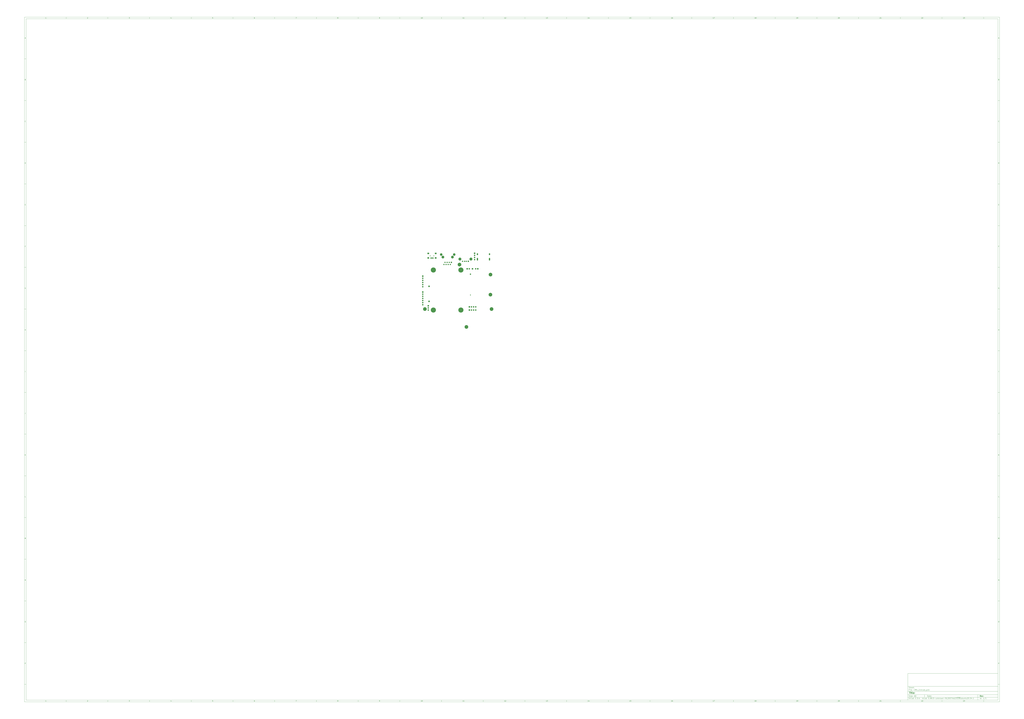
<source format=gbr>
%TF.GenerationSoftware,KiCad,Pcbnew,5.99.0-unknown-912657dd23~106~ubuntu20.04.1*%
%TF.CreationDate,2020-12-28T23:02:29+03:00*%
%TF.ProjectId,CM4_2,434d345f-322e-46b6-9963-61645f706362,rev?*%
%TF.SameCoordinates,PX1ce88340PY15c17540*%
%TF.FileFunction,Soldermask,Bot*%
%TF.FilePolarity,Negative*%
%FSLAX46Y46*%
G04 Gerber Fmt 4.6, Leading zero omitted, Abs format (unit mm)*
G04 Created by KiCad (PCBNEW 5.99.0-unknown-912657dd23~106~ubuntu20.04.1) date 2020-12-28 23:02:29*
%MOMM*%
%LPD*%
G01*
G04 APERTURE LIST*
%ADD10C,0.100000*%
%ADD11C,0.150000*%
%ADD12C,0.300000*%
%ADD13C,0.400000*%
%ADD14C,4.400000*%
%ADD15R,1.700000X1.700000*%
%ADD16O,1.700000X1.700000*%
%ADD17C,1.600000*%
%ADD18C,1.100000*%
%ADD19R,1.524000X1.524000*%
%ADD20C,1.524000*%
%ADD21C,3.500000*%
%ADD22C,6.100000*%
%ADD23O,1.500000X3.300000*%
%ADD24O,1.500000X2.300000*%
%ADD25C,3.250000*%
%ADD26R,1.500000X1.500000*%
%ADD27C,1.500000*%
%ADD28C,3.000000*%
%ADD29C,1.000000*%
%ADD30R,0.500000X2.000000*%
%ADD31R,2.000000X1.700000*%
G04 APERTURE END LIST*
D10*
D11*
X583999400Y-431994000D02*
X583999400Y-463994000D01*
X691999400Y-463994000D01*
X691999400Y-431994000D01*
X583999400Y-431994000D01*
D10*
D11*
X-475000000Y355000000D02*
X-475000000Y-465994000D01*
X693999400Y-465994000D01*
X693999400Y355000000D01*
X-475000000Y355000000D01*
D10*
D11*
X-473000000Y353000000D02*
X-473000000Y-463994000D01*
X691999400Y-463994000D01*
X691999400Y353000000D01*
X-473000000Y353000000D01*
D10*
D11*
X-425000000Y353000000D02*
X-425000000Y355000000D01*
D10*
D11*
X-375000000Y353000000D02*
X-375000000Y355000000D01*
D10*
D11*
X-325000000Y353000000D02*
X-325000000Y355000000D01*
D10*
D11*
X-275000000Y353000000D02*
X-275000000Y355000000D01*
D10*
D11*
X-225000000Y353000000D02*
X-225000000Y355000000D01*
D10*
D11*
X-175000000Y353000000D02*
X-175000000Y355000000D01*
D10*
D11*
X-125000000Y353000000D02*
X-125000000Y355000000D01*
D10*
D11*
X-75000000Y353000000D02*
X-75000000Y355000000D01*
D10*
D11*
X-25000000Y353000000D02*
X-25000000Y355000000D01*
D10*
D11*
X25000000Y353000000D02*
X25000000Y355000000D01*
D10*
D11*
X75000000Y353000000D02*
X75000000Y355000000D01*
D10*
D11*
X125000000Y353000000D02*
X125000000Y355000000D01*
D10*
D11*
X175000000Y353000000D02*
X175000000Y355000000D01*
D10*
D11*
X225000000Y353000000D02*
X225000000Y355000000D01*
D10*
D11*
X275000000Y353000000D02*
X275000000Y355000000D01*
D10*
D11*
X325000000Y353000000D02*
X325000000Y355000000D01*
D10*
D11*
X375000000Y353000000D02*
X375000000Y355000000D01*
D10*
D11*
X425000000Y353000000D02*
X425000000Y355000000D01*
D10*
D11*
X475000000Y353000000D02*
X475000000Y355000000D01*
D10*
D11*
X525000000Y353000000D02*
X525000000Y355000000D01*
D10*
D11*
X575000000Y353000000D02*
X575000000Y355000000D01*
D10*
D11*
X625000000Y353000000D02*
X625000000Y355000000D01*
D10*
D11*
X675000000Y353000000D02*
X675000000Y355000000D01*
D10*
D11*
X-448934524Y353411905D02*
X-449677381Y353411905D01*
X-449305953Y353411905D02*
X-449305953Y354711905D01*
X-449429762Y354526191D01*
X-449553572Y354402381D01*
X-449677381Y354340477D01*
D10*
D11*
X-399677381Y354588096D02*
X-399615477Y354650000D01*
X-399491667Y354711905D01*
X-399182143Y354711905D01*
X-399058334Y354650000D01*
X-398996429Y354588096D01*
X-398934524Y354464286D01*
X-398934524Y354340477D01*
X-398996429Y354154762D01*
X-399739286Y353411905D01*
X-398934524Y353411905D01*
D10*
D11*
X-349739286Y354711905D02*
X-348934524Y354711905D01*
X-349367858Y354216667D01*
X-349182143Y354216667D01*
X-349058334Y354154762D01*
X-348996429Y354092858D01*
X-348934524Y353969048D01*
X-348934524Y353659524D01*
X-348996429Y353535715D01*
X-349058334Y353473810D01*
X-349182143Y353411905D01*
X-349553572Y353411905D01*
X-349677381Y353473810D01*
X-349739286Y353535715D01*
D10*
D11*
X-299058334Y354278572D02*
X-299058334Y353411905D01*
X-299367858Y354773810D02*
X-299677381Y353845239D01*
X-298872620Y353845239D01*
D10*
D11*
X-248996429Y354711905D02*
X-249615477Y354711905D01*
X-249677381Y354092858D01*
X-249615477Y354154762D01*
X-249491667Y354216667D01*
X-249182143Y354216667D01*
X-249058334Y354154762D01*
X-248996429Y354092858D01*
X-248934524Y353969048D01*
X-248934524Y353659524D01*
X-248996429Y353535715D01*
X-249058334Y353473810D01*
X-249182143Y353411905D01*
X-249491667Y353411905D01*
X-249615477Y353473810D01*
X-249677381Y353535715D01*
D10*
D11*
X-199058334Y354711905D02*
X-199305953Y354711905D01*
X-199429762Y354650000D01*
X-199491667Y354588096D01*
X-199615477Y354402381D01*
X-199677381Y354154762D01*
X-199677381Y353659524D01*
X-199615477Y353535715D01*
X-199553572Y353473810D01*
X-199429762Y353411905D01*
X-199182143Y353411905D01*
X-199058334Y353473810D01*
X-198996429Y353535715D01*
X-198934524Y353659524D01*
X-198934524Y353969048D01*
X-198996429Y354092858D01*
X-199058334Y354154762D01*
X-199182143Y354216667D01*
X-199429762Y354216667D01*
X-199553572Y354154762D01*
X-199615477Y354092858D01*
X-199677381Y353969048D01*
D10*
D11*
X-149739286Y354711905D02*
X-148872620Y354711905D01*
X-149429762Y353411905D01*
D10*
D11*
X-99429762Y354154762D02*
X-99553572Y354216667D01*
X-99615477Y354278572D01*
X-99677381Y354402381D01*
X-99677381Y354464286D01*
X-99615477Y354588096D01*
X-99553572Y354650000D01*
X-99429762Y354711905D01*
X-99182143Y354711905D01*
X-99058334Y354650000D01*
X-98996429Y354588096D01*
X-98934524Y354464286D01*
X-98934524Y354402381D01*
X-98996429Y354278572D01*
X-99058334Y354216667D01*
X-99182143Y354154762D01*
X-99429762Y354154762D01*
X-99553572Y354092858D01*
X-99615477Y354030953D01*
X-99677381Y353907143D01*
X-99677381Y353659524D01*
X-99615477Y353535715D01*
X-99553572Y353473810D01*
X-99429762Y353411905D01*
X-99182143Y353411905D01*
X-99058334Y353473810D01*
X-98996429Y353535715D01*
X-98934524Y353659524D01*
X-98934524Y353907143D01*
X-98996429Y354030953D01*
X-99058334Y354092858D01*
X-99182143Y354154762D01*
D10*
D11*
X-49553572Y353411905D02*
X-49305953Y353411905D01*
X-49182143Y353473810D01*
X-49120239Y353535715D01*
X-48996429Y353721429D01*
X-48934524Y353969048D01*
X-48934524Y354464286D01*
X-48996429Y354588096D01*
X-49058334Y354650000D01*
X-49182143Y354711905D01*
X-49429762Y354711905D01*
X-49553572Y354650000D01*
X-49615477Y354588096D01*
X-49677381Y354464286D01*
X-49677381Y354154762D01*
X-49615477Y354030953D01*
X-49553572Y353969048D01*
X-49429762Y353907143D01*
X-49182143Y353907143D01*
X-49058334Y353969048D01*
X-48996429Y354030953D01*
X-48934524Y354154762D01*
D10*
D11*
X1065476Y353411905D02*
X322619Y353411905D01*
X694047Y353411905D02*
X694047Y354711905D01*
X570238Y354526191D01*
X446428Y354402381D01*
X322619Y354340477D01*
X1870238Y354711905D02*
X1994047Y354711905D01*
X2117857Y354650000D01*
X2179761Y354588096D01*
X2241666Y354464286D01*
X2303571Y354216667D01*
X2303571Y353907143D01*
X2241666Y353659524D01*
X2179761Y353535715D01*
X2117857Y353473810D01*
X1994047Y353411905D01*
X1870238Y353411905D01*
X1746428Y353473810D01*
X1684523Y353535715D01*
X1622619Y353659524D01*
X1560714Y353907143D01*
X1560714Y354216667D01*
X1622619Y354464286D01*
X1684523Y354588096D01*
X1746428Y354650000D01*
X1870238Y354711905D01*
D10*
D11*
X51065476Y353411905D02*
X50322619Y353411905D01*
X50694047Y353411905D02*
X50694047Y354711905D01*
X50570238Y354526191D01*
X50446428Y354402381D01*
X50322619Y354340477D01*
X52303571Y353411905D02*
X51560714Y353411905D01*
X51932142Y353411905D02*
X51932142Y354711905D01*
X51808333Y354526191D01*
X51684523Y354402381D01*
X51560714Y354340477D01*
D10*
D11*
X101065476Y353411905D02*
X100322619Y353411905D01*
X100694047Y353411905D02*
X100694047Y354711905D01*
X100570238Y354526191D01*
X100446428Y354402381D01*
X100322619Y354340477D01*
X101560714Y354588096D02*
X101622619Y354650000D01*
X101746428Y354711905D01*
X102055952Y354711905D01*
X102179761Y354650000D01*
X102241666Y354588096D01*
X102303571Y354464286D01*
X102303571Y354340477D01*
X102241666Y354154762D01*
X101498809Y353411905D01*
X102303571Y353411905D01*
D10*
D11*
X151065476Y353411905D02*
X150322619Y353411905D01*
X150694047Y353411905D02*
X150694047Y354711905D01*
X150570238Y354526191D01*
X150446428Y354402381D01*
X150322619Y354340477D01*
X151498809Y354711905D02*
X152303571Y354711905D01*
X151870238Y354216667D01*
X152055952Y354216667D01*
X152179761Y354154762D01*
X152241666Y354092858D01*
X152303571Y353969048D01*
X152303571Y353659524D01*
X152241666Y353535715D01*
X152179761Y353473810D01*
X152055952Y353411905D01*
X151684523Y353411905D01*
X151560714Y353473810D01*
X151498809Y353535715D01*
D10*
D11*
X201065476Y353411905D02*
X200322619Y353411905D01*
X200694047Y353411905D02*
X200694047Y354711905D01*
X200570238Y354526191D01*
X200446428Y354402381D01*
X200322619Y354340477D01*
X202179761Y354278572D02*
X202179761Y353411905D01*
X201870238Y354773810D02*
X201560714Y353845239D01*
X202365476Y353845239D01*
D10*
D11*
X251065476Y353411905D02*
X250322619Y353411905D01*
X250694047Y353411905D02*
X250694047Y354711905D01*
X250570238Y354526191D01*
X250446428Y354402381D01*
X250322619Y354340477D01*
X252241666Y354711905D02*
X251622619Y354711905D01*
X251560714Y354092858D01*
X251622619Y354154762D01*
X251746428Y354216667D01*
X252055952Y354216667D01*
X252179761Y354154762D01*
X252241666Y354092858D01*
X252303571Y353969048D01*
X252303571Y353659524D01*
X252241666Y353535715D01*
X252179761Y353473810D01*
X252055952Y353411905D01*
X251746428Y353411905D01*
X251622619Y353473810D01*
X251560714Y353535715D01*
D10*
D11*
X301065476Y353411905D02*
X300322619Y353411905D01*
X300694047Y353411905D02*
X300694047Y354711905D01*
X300570238Y354526191D01*
X300446428Y354402381D01*
X300322619Y354340477D01*
X302179761Y354711905D02*
X301932142Y354711905D01*
X301808333Y354650000D01*
X301746428Y354588096D01*
X301622619Y354402381D01*
X301560714Y354154762D01*
X301560714Y353659524D01*
X301622619Y353535715D01*
X301684523Y353473810D01*
X301808333Y353411905D01*
X302055952Y353411905D01*
X302179761Y353473810D01*
X302241666Y353535715D01*
X302303571Y353659524D01*
X302303571Y353969048D01*
X302241666Y354092858D01*
X302179761Y354154762D01*
X302055952Y354216667D01*
X301808333Y354216667D01*
X301684523Y354154762D01*
X301622619Y354092858D01*
X301560714Y353969048D01*
D10*
D11*
X351065476Y353411905D02*
X350322619Y353411905D01*
X350694047Y353411905D02*
X350694047Y354711905D01*
X350570238Y354526191D01*
X350446428Y354402381D01*
X350322619Y354340477D01*
X351498809Y354711905D02*
X352365476Y354711905D01*
X351808333Y353411905D01*
D10*
D11*
X401065476Y353411905D02*
X400322619Y353411905D01*
X400694047Y353411905D02*
X400694047Y354711905D01*
X400570238Y354526191D01*
X400446428Y354402381D01*
X400322619Y354340477D01*
X401808333Y354154762D02*
X401684523Y354216667D01*
X401622619Y354278572D01*
X401560714Y354402381D01*
X401560714Y354464286D01*
X401622619Y354588096D01*
X401684523Y354650000D01*
X401808333Y354711905D01*
X402055952Y354711905D01*
X402179761Y354650000D01*
X402241666Y354588096D01*
X402303571Y354464286D01*
X402303571Y354402381D01*
X402241666Y354278572D01*
X402179761Y354216667D01*
X402055952Y354154762D01*
X401808333Y354154762D01*
X401684523Y354092858D01*
X401622619Y354030953D01*
X401560714Y353907143D01*
X401560714Y353659524D01*
X401622619Y353535715D01*
X401684523Y353473810D01*
X401808333Y353411905D01*
X402055952Y353411905D01*
X402179761Y353473810D01*
X402241666Y353535715D01*
X402303571Y353659524D01*
X402303571Y353907143D01*
X402241666Y354030953D01*
X402179761Y354092858D01*
X402055952Y354154762D01*
D10*
D11*
X451065476Y353411905D02*
X450322619Y353411905D01*
X450694047Y353411905D02*
X450694047Y354711905D01*
X450570238Y354526191D01*
X450446428Y354402381D01*
X450322619Y354340477D01*
X451684523Y353411905D02*
X451932142Y353411905D01*
X452055952Y353473810D01*
X452117857Y353535715D01*
X452241666Y353721429D01*
X452303571Y353969048D01*
X452303571Y354464286D01*
X452241666Y354588096D01*
X452179761Y354650000D01*
X452055952Y354711905D01*
X451808333Y354711905D01*
X451684523Y354650000D01*
X451622619Y354588096D01*
X451560714Y354464286D01*
X451560714Y354154762D01*
X451622619Y354030953D01*
X451684523Y353969048D01*
X451808333Y353907143D01*
X452055952Y353907143D01*
X452179761Y353969048D01*
X452241666Y354030953D01*
X452303571Y354154762D01*
D10*
D11*
X500322619Y354588096D02*
X500384523Y354650000D01*
X500508333Y354711905D01*
X500817857Y354711905D01*
X500941666Y354650000D01*
X501003571Y354588096D01*
X501065476Y354464286D01*
X501065476Y354340477D01*
X501003571Y354154762D01*
X500260714Y353411905D01*
X501065476Y353411905D01*
X501870238Y354711905D02*
X501994047Y354711905D01*
X502117857Y354650000D01*
X502179761Y354588096D01*
X502241666Y354464286D01*
X502303571Y354216667D01*
X502303571Y353907143D01*
X502241666Y353659524D01*
X502179761Y353535715D01*
X502117857Y353473810D01*
X501994047Y353411905D01*
X501870238Y353411905D01*
X501746428Y353473810D01*
X501684523Y353535715D01*
X501622619Y353659524D01*
X501560714Y353907143D01*
X501560714Y354216667D01*
X501622619Y354464286D01*
X501684523Y354588096D01*
X501746428Y354650000D01*
X501870238Y354711905D01*
D10*
D11*
X550322619Y354588096D02*
X550384523Y354650000D01*
X550508333Y354711905D01*
X550817857Y354711905D01*
X550941666Y354650000D01*
X551003571Y354588096D01*
X551065476Y354464286D01*
X551065476Y354340477D01*
X551003571Y354154762D01*
X550260714Y353411905D01*
X551065476Y353411905D01*
X552303571Y353411905D02*
X551560714Y353411905D01*
X551932142Y353411905D02*
X551932142Y354711905D01*
X551808333Y354526191D01*
X551684523Y354402381D01*
X551560714Y354340477D01*
D10*
D11*
X600322619Y354588096D02*
X600384523Y354650000D01*
X600508333Y354711905D01*
X600817857Y354711905D01*
X600941666Y354650000D01*
X601003571Y354588096D01*
X601065476Y354464286D01*
X601065476Y354340477D01*
X601003571Y354154762D01*
X600260714Y353411905D01*
X601065476Y353411905D01*
X601560714Y354588096D02*
X601622619Y354650000D01*
X601746428Y354711905D01*
X602055952Y354711905D01*
X602179761Y354650000D01*
X602241666Y354588096D01*
X602303571Y354464286D01*
X602303571Y354340477D01*
X602241666Y354154762D01*
X601498809Y353411905D01*
X602303571Y353411905D01*
D10*
D11*
X650322619Y354588096D02*
X650384523Y354650000D01*
X650508333Y354711905D01*
X650817857Y354711905D01*
X650941666Y354650000D01*
X651003571Y354588096D01*
X651065476Y354464286D01*
X651065476Y354340477D01*
X651003571Y354154762D01*
X650260714Y353411905D01*
X651065476Y353411905D01*
X651498809Y354711905D02*
X652303571Y354711905D01*
X651870238Y354216667D01*
X652055952Y354216667D01*
X652179761Y354154762D01*
X652241666Y354092858D01*
X652303571Y353969048D01*
X652303571Y353659524D01*
X652241666Y353535715D01*
X652179761Y353473810D01*
X652055952Y353411905D01*
X651684523Y353411905D01*
X651560714Y353473810D01*
X651498809Y353535715D01*
D10*
D11*
X-425000000Y-463994000D02*
X-425000000Y-465994000D01*
D10*
D11*
X-375000000Y-463994000D02*
X-375000000Y-465994000D01*
D10*
D11*
X-325000000Y-463994000D02*
X-325000000Y-465994000D01*
D10*
D11*
X-275000000Y-463994000D02*
X-275000000Y-465994000D01*
D10*
D11*
X-225000000Y-463994000D02*
X-225000000Y-465994000D01*
D10*
D11*
X-175000000Y-463994000D02*
X-175000000Y-465994000D01*
D10*
D11*
X-125000000Y-463994000D02*
X-125000000Y-465994000D01*
D10*
D11*
X-75000000Y-463994000D02*
X-75000000Y-465994000D01*
D10*
D11*
X-25000000Y-463994000D02*
X-25000000Y-465994000D01*
D10*
D11*
X25000000Y-463994000D02*
X25000000Y-465994000D01*
D10*
D11*
X75000000Y-463994000D02*
X75000000Y-465994000D01*
D10*
D11*
X125000000Y-463994000D02*
X125000000Y-465994000D01*
D10*
D11*
X175000000Y-463994000D02*
X175000000Y-465994000D01*
D10*
D11*
X225000000Y-463994000D02*
X225000000Y-465994000D01*
D10*
D11*
X275000000Y-463994000D02*
X275000000Y-465994000D01*
D10*
D11*
X325000000Y-463994000D02*
X325000000Y-465994000D01*
D10*
D11*
X375000000Y-463994000D02*
X375000000Y-465994000D01*
D10*
D11*
X425000000Y-463994000D02*
X425000000Y-465994000D01*
D10*
D11*
X475000000Y-463994000D02*
X475000000Y-465994000D01*
D10*
D11*
X525000000Y-463994000D02*
X525000000Y-465994000D01*
D10*
D11*
X575000000Y-463994000D02*
X575000000Y-465994000D01*
D10*
D11*
X625000000Y-463994000D02*
X625000000Y-465994000D01*
D10*
D11*
X675000000Y-463994000D02*
X675000000Y-465994000D01*
D10*
D11*
X-448934524Y-465582095D02*
X-449677381Y-465582095D01*
X-449305953Y-465582095D02*
X-449305953Y-464282095D01*
X-449429762Y-464467809D01*
X-449553572Y-464591619D01*
X-449677381Y-464653523D01*
D10*
D11*
X-399677381Y-464405904D02*
X-399615477Y-464344000D01*
X-399491667Y-464282095D01*
X-399182143Y-464282095D01*
X-399058334Y-464344000D01*
X-398996429Y-464405904D01*
X-398934524Y-464529714D01*
X-398934524Y-464653523D01*
X-398996429Y-464839238D01*
X-399739286Y-465582095D01*
X-398934524Y-465582095D01*
D10*
D11*
X-349739286Y-464282095D02*
X-348934524Y-464282095D01*
X-349367858Y-464777333D01*
X-349182143Y-464777333D01*
X-349058334Y-464839238D01*
X-348996429Y-464901142D01*
X-348934524Y-465024952D01*
X-348934524Y-465334476D01*
X-348996429Y-465458285D01*
X-349058334Y-465520190D01*
X-349182143Y-465582095D01*
X-349553572Y-465582095D01*
X-349677381Y-465520190D01*
X-349739286Y-465458285D01*
D10*
D11*
X-299058334Y-464715428D02*
X-299058334Y-465582095D01*
X-299367858Y-464220190D02*
X-299677381Y-465148761D01*
X-298872620Y-465148761D01*
D10*
D11*
X-248996429Y-464282095D02*
X-249615477Y-464282095D01*
X-249677381Y-464901142D01*
X-249615477Y-464839238D01*
X-249491667Y-464777333D01*
X-249182143Y-464777333D01*
X-249058334Y-464839238D01*
X-248996429Y-464901142D01*
X-248934524Y-465024952D01*
X-248934524Y-465334476D01*
X-248996429Y-465458285D01*
X-249058334Y-465520190D01*
X-249182143Y-465582095D01*
X-249491667Y-465582095D01*
X-249615477Y-465520190D01*
X-249677381Y-465458285D01*
D10*
D11*
X-199058334Y-464282095D02*
X-199305953Y-464282095D01*
X-199429762Y-464344000D01*
X-199491667Y-464405904D01*
X-199615477Y-464591619D01*
X-199677381Y-464839238D01*
X-199677381Y-465334476D01*
X-199615477Y-465458285D01*
X-199553572Y-465520190D01*
X-199429762Y-465582095D01*
X-199182143Y-465582095D01*
X-199058334Y-465520190D01*
X-198996429Y-465458285D01*
X-198934524Y-465334476D01*
X-198934524Y-465024952D01*
X-198996429Y-464901142D01*
X-199058334Y-464839238D01*
X-199182143Y-464777333D01*
X-199429762Y-464777333D01*
X-199553572Y-464839238D01*
X-199615477Y-464901142D01*
X-199677381Y-465024952D01*
D10*
D11*
X-149739286Y-464282095D02*
X-148872620Y-464282095D01*
X-149429762Y-465582095D01*
D10*
D11*
X-99429762Y-464839238D02*
X-99553572Y-464777333D01*
X-99615477Y-464715428D01*
X-99677381Y-464591619D01*
X-99677381Y-464529714D01*
X-99615477Y-464405904D01*
X-99553572Y-464344000D01*
X-99429762Y-464282095D01*
X-99182143Y-464282095D01*
X-99058334Y-464344000D01*
X-98996429Y-464405904D01*
X-98934524Y-464529714D01*
X-98934524Y-464591619D01*
X-98996429Y-464715428D01*
X-99058334Y-464777333D01*
X-99182143Y-464839238D01*
X-99429762Y-464839238D01*
X-99553572Y-464901142D01*
X-99615477Y-464963047D01*
X-99677381Y-465086857D01*
X-99677381Y-465334476D01*
X-99615477Y-465458285D01*
X-99553572Y-465520190D01*
X-99429762Y-465582095D01*
X-99182143Y-465582095D01*
X-99058334Y-465520190D01*
X-98996429Y-465458285D01*
X-98934524Y-465334476D01*
X-98934524Y-465086857D01*
X-98996429Y-464963047D01*
X-99058334Y-464901142D01*
X-99182143Y-464839238D01*
D10*
D11*
X-49553572Y-465582095D02*
X-49305953Y-465582095D01*
X-49182143Y-465520190D01*
X-49120239Y-465458285D01*
X-48996429Y-465272571D01*
X-48934524Y-465024952D01*
X-48934524Y-464529714D01*
X-48996429Y-464405904D01*
X-49058334Y-464344000D01*
X-49182143Y-464282095D01*
X-49429762Y-464282095D01*
X-49553572Y-464344000D01*
X-49615477Y-464405904D01*
X-49677381Y-464529714D01*
X-49677381Y-464839238D01*
X-49615477Y-464963047D01*
X-49553572Y-465024952D01*
X-49429762Y-465086857D01*
X-49182143Y-465086857D01*
X-49058334Y-465024952D01*
X-48996429Y-464963047D01*
X-48934524Y-464839238D01*
D10*
D11*
X1065476Y-465582095D02*
X322619Y-465582095D01*
X694047Y-465582095D02*
X694047Y-464282095D01*
X570238Y-464467809D01*
X446428Y-464591619D01*
X322619Y-464653523D01*
X1870238Y-464282095D02*
X1994047Y-464282095D01*
X2117857Y-464344000D01*
X2179761Y-464405904D01*
X2241666Y-464529714D01*
X2303571Y-464777333D01*
X2303571Y-465086857D01*
X2241666Y-465334476D01*
X2179761Y-465458285D01*
X2117857Y-465520190D01*
X1994047Y-465582095D01*
X1870238Y-465582095D01*
X1746428Y-465520190D01*
X1684523Y-465458285D01*
X1622619Y-465334476D01*
X1560714Y-465086857D01*
X1560714Y-464777333D01*
X1622619Y-464529714D01*
X1684523Y-464405904D01*
X1746428Y-464344000D01*
X1870238Y-464282095D01*
D10*
D11*
X51065476Y-465582095D02*
X50322619Y-465582095D01*
X50694047Y-465582095D02*
X50694047Y-464282095D01*
X50570238Y-464467809D01*
X50446428Y-464591619D01*
X50322619Y-464653523D01*
X52303571Y-465582095D02*
X51560714Y-465582095D01*
X51932142Y-465582095D02*
X51932142Y-464282095D01*
X51808333Y-464467809D01*
X51684523Y-464591619D01*
X51560714Y-464653523D01*
D10*
D11*
X101065476Y-465582095D02*
X100322619Y-465582095D01*
X100694047Y-465582095D02*
X100694047Y-464282095D01*
X100570238Y-464467809D01*
X100446428Y-464591619D01*
X100322619Y-464653523D01*
X101560714Y-464405904D02*
X101622619Y-464344000D01*
X101746428Y-464282095D01*
X102055952Y-464282095D01*
X102179761Y-464344000D01*
X102241666Y-464405904D01*
X102303571Y-464529714D01*
X102303571Y-464653523D01*
X102241666Y-464839238D01*
X101498809Y-465582095D01*
X102303571Y-465582095D01*
D10*
D11*
X151065476Y-465582095D02*
X150322619Y-465582095D01*
X150694047Y-465582095D02*
X150694047Y-464282095D01*
X150570238Y-464467809D01*
X150446428Y-464591619D01*
X150322619Y-464653523D01*
X151498809Y-464282095D02*
X152303571Y-464282095D01*
X151870238Y-464777333D01*
X152055952Y-464777333D01*
X152179761Y-464839238D01*
X152241666Y-464901142D01*
X152303571Y-465024952D01*
X152303571Y-465334476D01*
X152241666Y-465458285D01*
X152179761Y-465520190D01*
X152055952Y-465582095D01*
X151684523Y-465582095D01*
X151560714Y-465520190D01*
X151498809Y-465458285D01*
D10*
D11*
X201065476Y-465582095D02*
X200322619Y-465582095D01*
X200694047Y-465582095D02*
X200694047Y-464282095D01*
X200570238Y-464467809D01*
X200446428Y-464591619D01*
X200322619Y-464653523D01*
X202179761Y-464715428D02*
X202179761Y-465582095D01*
X201870238Y-464220190D02*
X201560714Y-465148761D01*
X202365476Y-465148761D01*
D10*
D11*
X251065476Y-465582095D02*
X250322619Y-465582095D01*
X250694047Y-465582095D02*
X250694047Y-464282095D01*
X250570238Y-464467809D01*
X250446428Y-464591619D01*
X250322619Y-464653523D01*
X252241666Y-464282095D02*
X251622619Y-464282095D01*
X251560714Y-464901142D01*
X251622619Y-464839238D01*
X251746428Y-464777333D01*
X252055952Y-464777333D01*
X252179761Y-464839238D01*
X252241666Y-464901142D01*
X252303571Y-465024952D01*
X252303571Y-465334476D01*
X252241666Y-465458285D01*
X252179761Y-465520190D01*
X252055952Y-465582095D01*
X251746428Y-465582095D01*
X251622619Y-465520190D01*
X251560714Y-465458285D01*
D10*
D11*
X301065476Y-465582095D02*
X300322619Y-465582095D01*
X300694047Y-465582095D02*
X300694047Y-464282095D01*
X300570238Y-464467809D01*
X300446428Y-464591619D01*
X300322619Y-464653523D01*
X302179761Y-464282095D02*
X301932142Y-464282095D01*
X301808333Y-464344000D01*
X301746428Y-464405904D01*
X301622619Y-464591619D01*
X301560714Y-464839238D01*
X301560714Y-465334476D01*
X301622619Y-465458285D01*
X301684523Y-465520190D01*
X301808333Y-465582095D01*
X302055952Y-465582095D01*
X302179761Y-465520190D01*
X302241666Y-465458285D01*
X302303571Y-465334476D01*
X302303571Y-465024952D01*
X302241666Y-464901142D01*
X302179761Y-464839238D01*
X302055952Y-464777333D01*
X301808333Y-464777333D01*
X301684523Y-464839238D01*
X301622619Y-464901142D01*
X301560714Y-465024952D01*
D10*
D11*
X351065476Y-465582095D02*
X350322619Y-465582095D01*
X350694047Y-465582095D02*
X350694047Y-464282095D01*
X350570238Y-464467809D01*
X350446428Y-464591619D01*
X350322619Y-464653523D01*
X351498809Y-464282095D02*
X352365476Y-464282095D01*
X351808333Y-465582095D01*
D10*
D11*
X401065476Y-465582095D02*
X400322619Y-465582095D01*
X400694047Y-465582095D02*
X400694047Y-464282095D01*
X400570238Y-464467809D01*
X400446428Y-464591619D01*
X400322619Y-464653523D01*
X401808333Y-464839238D02*
X401684523Y-464777333D01*
X401622619Y-464715428D01*
X401560714Y-464591619D01*
X401560714Y-464529714D01*
X401622619Y-464405904D01*
X401684523Y-464344000D01*
X401808333Y-464282095D01*
X402055952Y-464282095D01*
X402179761Y-464344000D01*
X402241666Y-464405904D01*
X402303571Y-464529714D01*
X402303571Y-464591619D01*
X402241666Y-464715428D01*
X402179761Y-464777333D01*
X402055952Y-464839238D01*
X401808333Y-464839238D01*
X401684523Y-464901142D01*
X401622619Y-464963047D01*
X401560714Y-465086857D01*
X401560714Y-465334476D01*
X401622619Y-465458285D01*
X401684523Y-465520190D01*
X401808333Y-465582095D01*
X402055952Y-465582095D01*
X402179761Y-465520190D01*
X402241666Y-465458285D01*
X402303571Y-465334476D01*
X402303571Y-465086857D01*
X402241666Y-464963047D01*
X402179761Y-464901142D01*
X402055952Y-464839238D01*
D10*
D11*
X451065476Y-465582095D02*
X450322619Y-465582095D01*
X450694047Y-465582095D02*
X450694047Y-464282095D01*
X450570238Y-464467809D01*
X450446428Y-464591619D01*
X450322619Y-464653523D01*
X451684523Y-465582095D02*
X451932142Y-465582095D01*
X452055952Y-465520190D01*
X452117857Y-465458285D01*
X452241666Y-465272571D01*
X452303571Y-465024952D01*
X452303571Y-464529714D01*
X452241666Y-464405904D01*
X452179761Y-464344000D01*
X452055952Y-464282095D01*
X451808333Y-464282095D01*
X451684523Y-464344000D01*
X451622619Y-464405904D01*
X451560714Y-464529714D01*
X451560714Y-464839238D01*
X451622619Y-464963047D01*
X451684523Y-465024952D01*
X451808333Y-465086857D01*
X452055952Y-465086857D01*
X452179761Y-465024952D01*
X452241666Y-464963047D01*
X452303571Y-464839238D01*
D10*
D11*
X500322619Y-464405904D02*
X500384523Y-464344000D01*
X500508333Y-464282095D01*
X500817857Y-464282095D01*
X500941666Y-464344000D01*
X501003571Y-464405904D01*
X501065476Y-464529714D01*
X501065476Y-464653523D01*
X501003571Y-464839238D01*
X500260714Y-465582095D01*
X501065476Y-465582095D01*
X501870238Y-464282095D02*
X501994047Y-464282095D01*
X502117857Y-464344000D01*
X502179761Y-464405904D01*
X502241666Y-464529714D01*
X502303571Y-464777333D01*
X502303571Y-465086857D01*
X502241666Y-465334476D01*
X502179761Y-465458285D01*
X502117857Y-465520190D01*
X501994047Y-465582095D01*
X501870238Y-465582095D01*
X501746428Y-465520190D01*
X501684523Y-465458285D01*
X501622619Y-465334476D01*
X501560714Y-465086857D01*
X501560714Y-464777333D01*
X501622619Y-464529714D01*
X501684523Y-464405904D01*
X501746428Y-464344000D01*
X501870238Y-464282095D01*
D10*
D11*
X550322619Y-464405904D02*
X550384523Y-464344000D01*
X550508333Y-464282095D01*
X550817857Y-464282095D01*
X550941666Y-464344000D01*
X551003571Y-464405904D01*
X551065476Y-464529714D01*
X551065476Y-464653523D01*
X551003571Y-464839238D01*
X550260714Y-465582095D01*
X551065476Y-465582095D01*
X552303571Y-465582095D02*
X551560714Y-465582095D01*
X551932142Y-465582095D02*
X551932142Y-464282095D01*
X551808333Y-464467809D01*
X551684523Y-464591619D01*
X551560714Y-464653523D01*
D10*
D11*
X600322619Y-464405904D02*
X600384523Y-464344000D01*
X600508333Y-464282095D01*
X600817857Y-464282095D01*
X600941666Y-464344000D01*
X601003571Y-464405904D01*
X601065476Y-464529714D01*
X601065476Y-464653523D01*
X601003571Y-464839238D01*
X600260714Y-465582095D01*
X601065476Y-465582095D01*
X601560714Y-464405904D02*
X601622619Y-464344000D01*
X601746428Y-464282095D01*
X602055952Y-464282095D01*
X602179761Y-464344000D01*
X602241666Y-464405904D01*
X602303571Y-464529714D01*
X602303571Y-464653523D01*
X602241666Y-464839238D01*
X601498809Y-465582095D01*
X602303571Y-465582095D01*
D10*
D11*
X650322619Y-464405904D02*
X650384523Y-464344000D01*
X650508333Y-464282095D01*
X650817857Y-464282095D01*
X650941666Y-464344000D01*
X651003571Y-464405904D01*
X651065476Y-464529714D01*
X651065476Y-464653523D01*
X651003571Y-464839238D01*
X650260714Y-465582095D01*
X651065476Y-465582095D01*
X651498809Y-464282095D02*
X652303571Y-464282095D01*
X651870238Y-464777333D01*
X652055952Y-464777333D01*
X652179761Y-464839238D01*
X652241666Y-464901142D01*
X652303571Y-465024952D01*
X652303571Y-465334476D01*
X652241666Y-465458285D01*
X652179761Y-465520190D01*
X652055952Y-465582095D01*
X651684523Y-465582095D01*
X651560714Y-465520190D01*
X651498809Y-465458285D01*
D10*
D11*
X-475000000Y305000000D02*
X-473000000Y305000000D01*
D10*
D11*
X-475000000Y255000000D02*
X-473000000Y255000000D01*
D10*
D11*
X-475000000Y205000000D02*
X-473000000Y205000000D01*
D10*
D11*
X-475000000Y155000000D02*
X-473000000Y155000000D01*
D10*
D11*
X-475000000Y105000000D02*
X-473000000Y105000000D01*
D10*
D11*
X-475000000Y55000000D02*
X-473000000Y55000000D01*
D10*
D11*
X-475000000Y5000000D02*
X-473000000Y5000000D01*
D10*
D11*
X-475000000Y-45000000D02*
X-473000000Y-45000000D01*
D10*
D11*
X-475000000Y-95000000D02*
X-473000000Y-95000000D01*
D10*
D11*
X-475000000Y-145000000D02*
X-473000000Y-145000000D01*
D10*
D11*
X-475000000Y-195000000D02*
X-473000000Y-195000000D01*
D10*
D11*
X-475000000Y-245000000D02*
X-473000000Y-245000000D01*
D10*
D11*
X-475000000Y-295000000D02*
X-473000000Y-295000000D01*
D10*
D11*
X-475000000Y-345000000D02*
X-473000000Y-345000000D01*
D10*
D11*
X-475000000Y-395000000D02*
X-473000000Y-395000000D01*
D10*
D11*
X-475000000Y-445000000D02*
X-473000000Y-445000000D01*
D10*
D11*
X-474309524Y329783334D02*
X-473690477Y329783334D01*
X-474433334Y329411905D02*
X-474000000Y330711905D01*
X-473566667Y329411905D01*
D10*
D11*
X-473907143Y280092858D02*
X-473721429Y280030953D01*
X-473659524Y279969048D01*
X-473597620Y279845239D01*
X-473597620Y279659524D01*
X-473659524Y279535715D01*
X-473721429Y279473810D01*
X-473845239Y279411905D01*
X-474340477Y279411905D01*
X-474340477Y280711905D01*
X-473907143Y280711905D01*
X-473783334Y280650000D01*
X-473721429Y280588096D01*
X-473659524Y280464286D01*
X-473659524Y280340477D01*
X-473721429Y280216667D01*
X-473783334Y280154762D01*
X-473907143Y280092858D01*
X-474340477Y280092858D01*
D10*
D11*
X-473597620Y229535715D02*
X-473659524Y229473810D01*
X-473845239Y229411905D01*
X-473969048Y229411905D01*
X-474154762Y229473810D01*
X-474278572Y229597620D01*
X-474340477Y229721429D01*
X-474402381Y229969048D01*
X-474402381Y230154762D01*
X-474340477Y230402381D01*
X-474278572Y230526191D01*
X-474154762Y230650000D01*
X-473969048Y230711905D01*
X-473845239Y230711905D01*
X-473659524Y230650000D01*
X-473597620Y230588096D01*
D10*
D11*
X-474340477Y179411905D02*
X-474340477Y180711905D01*
X-474030953Y180711905D01*
X-473845239Y180650000D01*
X-473721429Y180526191D01*
X-473659524Y180402381D01*
X-473597620Y180154762D01*
X-473597620Y179969048D01*
X-473659524Y179721429D01*
X-473721429Y179597620D01*
X-473845239Y179473810D01*
X-474030953Y179411905D01*
X-474340477Y179411905D01*
D10*
D11*
X-474278572Y130092858D02*
X-473845239Y130092858D01*
X-473659524Y129411905D02*
X-474278572Y129411905D01*
X-474278572Y130711905D01*
X-473659524Y130711905D01*
D10*
D11*
X-473814286Y80092858D02*
X-474247620Y80092858D01*
X-474247620Y79411905D02*
X-474247620Y80711905D01*
X-473628572Y80711905D01*
D10*
D11*
X-473659524Y30650000D02*
X-473783334Y30711905D01*
X-473969048Y30711905D01*
X-474154762Y30650000D01*
X-474278572Y30526191D01*
X-474340477Y30402381D01*
X-474402381Y30154762D01*
X-474402381Y29969048D01*
X-474340477Y29721429D01*
X-474278572Y29597620D01*
X-474154762Y29473810D01*
X-473969048Y29411905D01*
X-473845239Y29411905D01*
X-473659524Y29473810D01*
X-473597620Y29535715D01*
X-473597620Y29969048D01*
X-473845239Y29969048D01*
D10*
D11*
X-474371429Y-20588095D02*
X-474371429Y-19288095D01*
X-474371429Y-19907142D02*
X-473628572Y-19907142D01*
X-473628572Y-20588095D02*
X-473628572Y-19288095D01*
D10*
D11*
X-474000000Y-70588095D02*
X-474000000Y-69288095D01*
D10*
D11*
X-473814286Y-119288095D02*
X-473814286Y-120216666D01*
X-473876191Y-120402380D01*
X-474000000Y-120526190D01*
X-474185715Y-120588095D01*
X-474309524Y-120588095D01*
D10*
D11*
X-474340477Y-170588095D02*
X-474340477Y-169288095D01*
X-473597620Y-170588095D02*
X-474154762Y-169845238D01*
X-473597620Y-169288095D02*
X-474340477Y-170030952D01*
D10*
D11*
X-473597620Y-220588095D02*
X-474216667Y-220588095D01*
X-474216667Y-219288095D01*
D10*
D11*
X-474433334Y-270588095D02*
X-474433334Y-269288095D01*
X-474000000Y-270216666D01*
X-473566667Y-269288095D01*
X-473566667Y-270588095D01*
D10*
D11*
X-474371429Y-320588095D02*
X-474371429Y-319288095D01*
X-473628572Y-320588095D01*
X-473628572Y-319288095D01*
D10*
D11*
X-474123810Y-369288095D02*
X-473876191Y-369288095D01*
X-473752381Y-369350000D01*
X-473628572Y-369473809D01*
X-473566667Y-369721428D01*
X-473566667Y-370154761D01*
X-473628572Y-370402380D01*
X-473752381Y-370526190D01*
X-473876191Y-370588095D01*
X-474123810Y-370588095D01*
X-474247620Y-370526190D01*
X-474371429Y-370402380D01*
X-474433334Y-370154761D01*
X-474433334Y-369721428D01*
X-474371429Y-369473809D01*
X-474247620Y-369350000D01*
X-474123810Y-369288095D01*
D10*
D11*
X-474340477Y-420588095D02*
X-474340477Y-419288095D01*
X-473845239Y-419288095D01*
X-473721429Y-419350000D01*
X-473659524Y-419411904D01*
X-473597620Y-419535714D01*
X-473597620Y-419721428D01*
X-473659524Y-419845238D01*
X-473721429Y-419907142D01*
X-473845239Y-419969047D01*
X-474340477Y-419969047D01*
D10*
D11*
X693999400Y305000000D02*
X691999400Y305000000D01*
D10*
D11*
X693999400Y255000000D02*
X691999400Y255000000D01*
D10*
D11*
X693999400Y205000000D02*
X691999400Y205000000D01*
D10*
D11*
X693999400Y155000000D02*
X691999400Y155000000D01*
D10*
D11*
X693999400Y105000000D02*
X691999400Y105000000D01*
D10*
D11*
X693999400Y55000000D02*
X691999400Y55000000D01*
D10*
D11*
X693999400Y5000000D02*
X691999400Y5000000D01*
D10*
D11*
X693999400Y-45000000D02*
X691999400Y-45000000D01*
D10*
D11*
X693999400Y-95000000D02*
X691999400Y-95000000D01*
D10*
D11*
X693999400Y-145000000D02*
X691999400Y-145000000D01*
D10*
D11*
X693999400Y-195000000D02*
X691999400Y-195000000D01*
D10*
D11*
X693999400Y-245000000D02*
X691999400Y-245000000D01*
D10*
D11*
X693999400Y-295000000D02*
X691999400Y-295000000D01*
D10*
D11*
X693999400Y-345000000D02*
X691999400Y-345000000D01*
D10*
D11*
X693999400Y-395000000D02*
X691999400Y-395000000D01*
D10*
D11*
X693999400Y-445000000D02*
X691999400Y-445000000D01*
D10*
D11*
X692689876Y329783334D02*
X693308923Y329783334D01*
X692566066Y329411905D02*
X692999400Y330711905D01*
X693432733Y329411905D01*
D10*
D11*
X693092257Y280092858D02*
X693277971Y280030953D01*
X693339876Y279969048D01*
X693401780Y279845239D01*
X693401780Y279659524D01*
X693339876Y279535715D01*
X693277971Y279473810D01*
X693154161Y279411905D01*
X692658923Y279411905D01*
X692658923Y280711905D01*
X693092257Y280711905D01*
X693216066Y280650000D01*
X693277971Y280588096D01*
X693339876Y280464286D01*
X693339876Y280340477D01*
X693277971Y280216667D01*
X693216066Y280154762D01*
X693092257Y280092858D01*
X692658923Y280092858D01*
D10*
D11*
X693401780Y229535715D02*
X693339876Y229473810D01*
X693154161Y229411905D01*
X693030352Y229411905D01*
X692844638Y229473810D01*
X692720828Y229597620D01*
X692658923Y229721429D01*
X692597019Y229969048D01*
X692597019Y230154762D01*
X692658923Y230402381D01*
X692720828Y230526191D01*
X692844638Y230650000D01*
X693030352Y230711905D01*
X693154161Y230711905D01*
X693339876Y230650000D01*
X693401780Y230588096D01*
D10*
D11*
X692658923Y179411905D02*
X692658923Y180711905D01*
X692968447Y180711905D01*
X693154161Y180650000D01*
X693277971Y180526191D01*
X693339876Y180402381D01*
X693401780Y180154762D01*
X693401780Y179969048D01*
X693339876Y179721429D01*
X693277971Y179597620D01*
X693154161Y179473810D01*
X692968447Y179411905D01*
X692658923Y179411905D01*
D10*
D11*
X692720828Y130092858D02*
X693154161Y130092858D01*
X693339876Y129411905D02*
X692720828Y129411905D01*
X692720828Y130711905D01*
X693339876Y130711905D01*
D10*
D11*
X693185114Y80092858D02*
X692751780Y80092858D01*
X692751780Y79411905D02*
X692751780Y80711905D01*
X693370828Y80711905D01*
D10*
D11*
X693339876Y30650000D02*
X693216066Y30711905D01*
X693030352Y30711905D01*
X692844638Y30650000D01*
X692720828Y30526191D01*
X692658923Y30402381D01*
X692597019Y30154762D01*
X692597019Y29969048D01*
X692658923Y29721429D01*
X692720828Y29597620D01*
X692844638Y29473810D01*
X693030352Y29411905D01*
X693154161Y29411905D01*
X693339876Y29473810D01*
X693401780Y29535715D01*
X693401780Y29969048D01*
X693154161Y29969048D01*
D10*
D11*
X692627971Y-20588095D02*
X692627971Y-19288095D01*
X692627971Y-19907142D02*
X693370828Y-19907142D01*
X693370828Y-20588095D02*
X693370828Y-19288095D01*
D10*
D11*
X692999400Y-70588095D02*
X692999400Y-69288095D01*
D10*
D11*
X693185114Y-119288095D02*
X693185114Y-120216666D01*
X693123209Y-120402380D01*
X692999400Y-120526190D01*
X692813685Y-120588095D01*
X692689876Y-120588095D01*
D10*
D11*
X692658923Y-170588095D02*
X692658923Y-169288095D01*
X693401780Y-170588095D02*
X692844638Y-169845238D01*
X693401780Y-169288095D02*
X692658923Y-170030952D01*
D10*
D11*
X693401780Y-220588095D02*
X692782733Y-220588095D01*
X692782733Y-219288095D01*
D10*
D11*
X692566066Y-270588095D02*
X692566066Y-269288095D01*
X692999400Y-270216666D01*
X693432733Y-269288095D01*
X693432733Y-270588095D01*
D10*
D11*
X692627971Y-320588095D02*
X692627971Y-319288095D01*
X693370828Y-320588095D01*
X693370828Y-319288095D01*
D10*
D11*
X692875590Y-369288095D02*
X693123209Y-369288095D01*
X693247019Y-369350000D01*
X693370828Y-369473809D01*
X693432733Y-369721428D01*
X693432733Y-370154761D01*
X693370828Y-370402380D01*
X693247019Y-370526190D01*
X693123209Y-370588095D01*
X692875590Y-370588095D01*
X692751780Y-370526190D01*
X692627971Y-370402380D01*
X692566066Y-370154761D01*
X692566066Y-369721428D01*
X692627971Y-369473809D01*
X692751780Y-369350000D01*
X692875590Y-369288095D01*
D10*
D11*
X692658923Y-420588095D02*
X692658923Y-419288095D01*
X693154161Y-419288095D01*
X693277971Y-419350000D01*
X693339876Y-419411904D01*
X693401780Y-419535714D01*
X693401780Y-419721428D01*
X693339876Y-419845238D01*
X693277971Y-419907142D01*
X693154161Y-419969047D01*
X692658923Y-419969047D01*
D10*
D11*
X607431542Y-459772571D02*
X607431542Y-458272571D01*
X607788685Y-458272571D01*
X608002971Y-458344000D01*
X608145828Y-458486857D01*
X608217257Y-458629714D01*
X608288685Y-458915428D01*
X608288685Y-459129714D01*
X608217257Y-459415428D01*
X608145828Y-459558285D01*
X608002971Y-459701142D01*
X607788685Y-459772571D01*
X607431542Y-459772571D01*
X609574400Y-459772571D02*
X609574400Y-458986857D01*
X609502971Y-458844000D01*
X609360114Y-458772571D01*
X609074400Y-458772571D01*
X608931542Y-458844000D01*
X609574400Y-459701142D02*
X609431542Y-459772571D01*
X609074400Y-459772571D01*
X608931542Y-459701142D01*
X608860114Y-459558285D01*
X608860114Y-459415428D01*
X608931542Y-459272571D01*
X609074400Y-459201142D01*
X609431542Y-459201142D01*
X609574400Y-459129714D01*
X610074400Y-458772571D02*
X610645828Y-458772571D01*
X610288685Y-458272571D02*
X610288685Y-459558285D01*
X610360114Y-459701142D01*
X610502971Y-459772571D01*
X610645828Y-459772571D01*
X611717257Y-459701142D02*
X611574400Y-459772571D01*
X611288685Y-459772571D01*
X611145828Y-459701142D01*
X611074400Y-459558285D01*
X611074400Y-458986857D01*
X611145828Y-458844000D01*
X611288685Y-458772571D01*
X611574400Y-458772571D01*
X611717257Y-458844000D01*
X611788685Y-458986857D01*
X611788685Y-459129714D01*
X611074400Y-459272571D01*
X612431542Y-459629714D02*
X612502971Y-459701142D01*
X612431542Y-459772571D01*
X612360114Y-459701142D01*
X612431542Y-459629714D01*
X612431542Y-459772571D01*
X612431542Y-458844000D02*
X612502971Y-458915428D01*
X612431542Y-458986857D01*
X612360114Y-458915428D01*
X612431542Y-458844000D01*
X612431542Y-458986857D01*
D10*
D11*
X583999400Y-460494000D02*
X691999400Y-460494000D01*
D10*
D11*
X585431542Y-462572571D02*
X585431542Y-461072571D01*
X586288685Y-462572571D02*
X585645828Y-461715428D01*
X586288685Y-461072571D02*
X585431542Y-461929714D01*
X586931542Y-462572571D02*
X586931542Y-461572571D01*
X586931542Y-461072571D02*
X586860114Y-461144000D01*
X586931542Y-461215428D01*
X587002971Y-461144000D01*
X586931542Y-461072571D01*
X586931542Y-461215428D01*
X588502971Y-462429714D02*
X588431542Y-462501142D01*
X588217257Y-462572571D01*
X588074400Y-462572571D01*
X587860114Y-462501142D01*
X587717257Y-462358285D01*
X587645828Y-462215428D01*
X587574400Y-461929714D01*
X587574400Y-461715428D01*
X587645828Y-461429714D01*
X587717257Y-461286857D01*
X587860114Y-461144000D01*
X588074400Y-461072571D01*
X588217257Y-461072571D01*
X588431542Y-461144000D01*
X588502971Y-461215428D01*
X589788685Y-462572571D02*
X589788685Y-461786857D01*
X589717257Y-461644000D01*
X589574400Y-461572571D01*
X589288685Y-461572571D01*
X589145828Y-461644000D01*
X589788685Y-462501142D02*
X589645828Y-462572571D01*
X589288685Y-462572571D01*
X589145828Y-462501142D01*
X589074400Y-462358285D01*
X589074400Y-462215428D01*
X589145828Y-462072571D01*
X589288685Y-462001142D01*
X589645828Y-462001142D01*
X589788685Y-461929714D01*
X591145828Y-462572571D02*
X591145828Y-461072571D01*
X591145828Y-462501142D02*
X591002971Y-462572571D01*
X590717257Y-462572571D01*
X590574400Y-462501142D01*
X590502971Y-462429714D01*
X590431542Y-462286857D01*
X590431542Y-461858285D01*
X590502971Y-461715428D01*
X590574400Y-461644000D01*
X590717257Y-461572571D01*
X591002971Y-461572571D01*
X591145828Y-461644000D01*
X593002971Y-461786857D02*
X593502971Y-461786857D01*
X593717257Y-462572571D02*
X593002971Y-462572571D01*
X593002971Y-461072571D01*
X593717257Y-461072571D01*
X594360114Y-462429714D02*
X594431542Y-462501142D01*
X594360114Y-462572571D01*
X594288685Y-462501142D01*
X594360114Y-462429714D01*
X594360114Y-462572571D01*
X595074400Y-462572571D02*
X595074400Y-461072571D01*
X595431542Y-461072571D01*
X595645828Y-461144000D01*
X595788685Y-461286857D01*
X595860114Y-461429714D01*
X595931542Y-461715428D01*
X595931542Y-461929714D01*
X595860114Y-462215428D01*
X595788685Y-462358285D01*
X595645828Y-462501142D01*
X595431542Y-462572571D01*
X595074400Y-462572571D01*
X596574400Y-462429714D02*
X596645828Y-462501142D01*
X596574400Y-462572571D01*
X596502971Y-462501142D01*
X596574400Y-462429714D01*
X596574400Y-462572571D01*
X597217257Y-462144000D02*
X597931542Y-462144000D01*
X597074400Y-462572571D02*
X597574400Y-461072571D01*
X598074400Y-462572571D01*
X598574400Y-462429714D02*
X598645828Y-462501142D01*
X598574400Y-462572571D01*
X598502971Y-462501142D01*
X598574400Y-462429714D01*
X598574400Y-462572571D01*
X601574400Y-462572571D02*
X601574400Y-461072571D01*
X601717257Y-462001142D02*
X602145828Y-462572571D01*
X602145828Y-461572571D02*
X601574400Y-462144000D01*
X602788685Y-462572571D02*
X602788685Y-461572571D01*
X602788685Y-461072571D02*
X602717257Y-461144000D01*
X602788685Y-461215428D01*
X602860114Y-461144000D01*
X602788685Y-461072571D01*
X602788685Y-461215428D01*
X604145828Y-462501142D02*
X604002971Y-462572571D01*
X603717257Y-462572571D01*
X603574400Y-462501142D01*
X603502971Y-462429714D01*
X603431542Y-462286857D01*
X603431542Y-461858285D01*
X603502971Y-461715428D01*
X603574400Y-461644000D01*
X603717257Y-461572571D01*
X604002971Y-461572571D01*
X604145828Y-461644000D01*
X605431542Y-462572571D02*
X605431542Y-461786857D01*
X605360114Y-461644000D01*
X605217257Y-461572571D01*
X604931542Y-461572571D01*
X604788685Y-461644000D01*
X605431542Y-462501142D02*
X605288685Y-462572571D01*
X604931542Y-462572571D01*
X604788685Y-462501142D01*
X604717257Y-462358285D01*
X604717257Y-462215428D01*
X604788685Y-462072571D01*
X604931542Y-462001142D01*
X605288685Y-462001142D01*
X605431542Y-461929714D01*
X606788685Y-462572571D02*
X606788685Y-461072571D01*
X606788685Y-462501142D02*
X606645828Y-462572571D01*
X606360114Y-462572571D01*
X606217257Y-462501142D01*
X606145828Y-462429714D01*
X606074400Y-462286857D01*
X606074400Y-461858285D01*
X606145828Y-461715428D01*
X606217257Y-461644000D01*
X606360114Y-461572571D01*
X606645828Y-461572571D01*
X606788685Y-461644000D01*
X609360114Y-461072571D02*
X608645828Y-461072571D01*
X608574400Y-461786857D01*
X608645828Y-461715428D01*
X608788685Y-461644000D01*
X609145828Y-461644000D01*
X609288685Y-461715428D01*
X609360114Y-461786857D01*
X609431542Y-461929714D01*
X609431542Y-462286857D01*
X609360114Y-462429714D01*
X609288685Y-462501142D01*
X609145828Y-462572571D01*
X608788685Y-462572571D01*
X608645828Y-462501142D01*
X608574400Y-462429714D01*
X610074400Y-462429714D02*
X610145828Y-462501142D01*
X610074400Y-462572571D01*
X610002971Y-462501142D01*
X610074400Y-462429714D01*
X610074400Y-462572571D01*
X610860114Y-462572571D02*
X611145828Y-462572571D01*
X611288685Y-462501142D01*
X611360114Y-462429714D01*
X611502971Y-462215428D01*
X611574400Y-461929714D01*
X611574400Y-461358285D01*
X611502971Y-461215428D01*
X611431542Y-461144000D01*
X611288685Y-461072571D01*
X611002971Y-461072571D01*
X610860114Y-461144000D01*
X610788685Y-461215428D01*
X610717257Y-461358285D01*
X610717257Y-461715428D01*
X610788685Y-461858285D01*
X610860114Y-461929714D01*
X611002971Y-462001142D01*
X611288685Y-462001142D01*
X611431542Y-461929714D01*
X611502971Y-461858285D01*
X611574400Y-461715428D01*
X612288685Y-462572571D02*
X612574400Y-462572571D01*
X612717257Y-462501142D01*
X612788685Y-462429714D01*
X612931542Y-462215428D01*
X613002971Y-461929714D01*
X613002971Y-461358285D01*
X612931542Y-461215428D01*
X612860114Y-461144000D01*
X612717257Y-461072571D01*
X612431542Y-461072571D01*
X612288685Y-461144000D01*
X612217257Y-461215428D01*
X612145828Y-461358285D01*
X612145828Y-461715428D01*
X612217257Y-461858285D01*
X612288685Y-461929714D01*
X612431542Y-462001142D01*
X612717257Y-462001142D01*
X612860114Y-461929714D01*
X612931542Y-461858285D01*
X613002971Y-461715428D01*
X613645828Y-462429714D02*
X613717257Y-462501142D01*
X613645828Y-462572571D01*
X613574400Y-462501142D01*
X613645828Y-462429714D01*
X613645828Y-462572571D01*
X614645828Y-461072571D02*
X614788685Y-461072571D01*
X614931542Y-461144000D01*
X615002971Y-461215428D01*
X615074400Y-461358285D01*
X615145828Y-461644000D01*
X615145828Y-462001142D01*
X615074400Y-462286857D01*
X615002971Y-462429714D01*
X614931542Y-462501142D01*
X614788685Y-462572571D01*
X614645828Y-462572571D01*
X614502971Y-462501142D01*
X614431542Y-462429714D01*
X614360114Y-462286857D01*
X614288685Y-462001142D01*
X614288685Y-461644000D01*
X614360114Y-461358285D01*
X614431542Y-461215428D01*
X614502971Y-461144000D01*
X614645828Y-461072571D01*
X615788685Y-462001142D02*
X616931542Y-462001142D01*
X618288685Y-461572571D02*
X618288685Y-462572571D01*
X617645828Y-461572571D02*
X617645828Y-462358285D01*
X617717257Y-462501142D01*
X617860114Y-462572571D01*
X618074400Y-462572571D01*
X618217257Y-462501142D01*
X618288685Y-462429714D01*
X619002971Y-461572571D02*
X619002971Y-462572571D01*
X619002971Y-461715428D02*
X619074400Y-461644000D01*
X619217257Y-461572571D01*
X619431542Y-461572571D01*
X619574400Y-461644000D01*
X619645828Y-461786857D01*
X619645828Y-462572571D01*
X620360114Y-462572571D02*
X620360114Y-461072571D01*
X620502971Y-462001142D02*
X620931542Y-462572571D01*
X620931542Y-461572571D02*
X620360114Y-462144000D01*
X621574400Y-461572571D02*
X621574400Y-462572571D01*
X621574400Y-461715428D02*
X621645828Y-461644000D01*
X621788685Y-461572571D01*
X622002971Y-461572571D01*
X622145828Y-461644000D01*
X622217257Y-461786857D01*
X622217257Y-462572571D01*
X623145828Y-462572571D02*
X623002971Y-462501142D01*
X622931542Y-462429714D01*
X622860114Y-462286857D01*
X622860114Y-461858285D01*
X622931542Y-461715428D01*
X623002971Y-461644000D01*
X623145828Y-461572571D01*
X623360114Y-461572571D01*
X623502971Y-461644000D01*
X623574400Y-461715428D01*
X623645828Y-461858285D01*
X623645828Y-462286857D01*
X623574400Y-462429714D01*
X623502971Y-462501142D01*
X623360114Y-462572571D01*
X623145828Y-462572571D01*
X624145828Y-461572571D02*
X624431542Y-462572571D01*
X624717257Y-461858285D01*
X625002971Y-462572571D01*
X625288685Y-461572571D01*
X625860114Y-461572571D02*
X625860114Y-462572571D01*
X625860114Y-461715428D02*
X625931542Y-461644000D01*
X626074400Y-461572571D01*
X626288685Y-461572571D01*
X626431542Y-461644000D01*
X626502971Y-461786857D01*
X626502971Y-462572571D01*
X627217257Y-462001142D02*
X628360114Y-462001142D01*
X629145828Y-462572571D02*
X629431542Y-462572571D01*
X629574400Y-462501142D01*
X629645828Y-462429714D01*
X629788685Y-462215428D01*
X629860114Y-461929714D01*
X629860114Y-461358285D01*
X629788685Y-461215428D01*
X629717257Y-461144000D01*
X629574400Y-461072571D01*
X629288685Y-461072571D01*
X629145828Y-461144000D01*
X629074400Y-461215428D01*
X629002971Y-461358285D01*
X629002971Y-461715428D01*
X629074400Y-461858285D01*
X629145828Y-461929714D01*
X629288685Y-462001142D01*
X629574400Y-462001142D01*
X629717257Y-461929714D01*
X629788685Y-461858285D01*
X629860114Y-461715428D01*
X631288685Y-462572571D02*
X630431542Y-462572571D01*
X630860114Y-462572571D02*
X630860114Y-461072571D01*
X630717257Y-461286857D01*
X630574400Y-461429714D01*
X630431542Y-461501142D01*
X631860114Y-461215428D02*
X631931542Y-461144000D01*
X632074400Y-461072571D01*
X632431542Y-461072571D01*
X632574400Y-461144000D01*
X632645828Y-461215428D01*
X632717257Y-461358285D01*
X632717257Y-461501142D01*
X632645828Y-461715428D01*
X631788685Y-462572571D01*
X632717257Y-462572571D01*
X634002971Y-461072571D02*
X633717257Y-461072571D01*
X633574400Y-461144000D01*
X633502971Y-461215428D01*
X633360114Y-461429714D01*
X633288685Y-461715428D01*
X633288685Y-462286857D01*
X633360114Y-462429714D01*
X633431542Y-462501142D01*
X633574400Y-462572571D01*
X633860114Y-462572571D01*
X634002971Y-462501142D01*
X634074400Y-462429714D01*
X634145828Y-462286857D01*
X634145828Y-461929714D01*
X634074400Y-461786857D01*
X634002971Y-461715428D01*
X633860114Y-461644000D01*
X633574400Y-461644000D01*
X633431542Y-461715428D01*
X633360114Y-461786857D01*
X633288685Y-461929714D01*
X635502971Y-461072571D02*
X634788685Y-461072571D01*
X634717257Y-461786857D01*
X634788685Y-461715428D01*
X634931542Y-461644000D01*
X635288685Y-461644000D01*
X635431542Y-461715428D01*
X635502971Y-461786857D01*
X635574400Y-461929714D01*
X635574400Y-462286857D01*
X635502971Y-462429714D01*
X635431542Y-462501142D01*
X635288685Y-462572571D01*
X634931542Y-462572571D01*
X634788685Y-462501142D01*
X634717257Y-462429714D01*
X636074400Y-461072571D02*
X637074400Y-461072571D01*
X636431542Y-462572571D01*
X638288685Y-462572571D02*
X638288685Y-461072571D01*
X638288685Y-462501142D02*
X638145828Y-462572571D01*
X637860114Y-462572571D01*
X637717257Y-462501142D01*
X637645828Y-462429714D01*
X637574400Y-462286857D01*
X637574400Y-461858285D01*
X637645828Y-461715428D01*
X637717257Y-461644000D01*
X637860114Y-461572571D01*
X638145828Y-461572571D01*
X638288685Y-461644000D01*
X639645828Y-462572571D02*
X639645828Y-461072571D01*
X639645828Y-462501142D02*
X639502971Y-462572571D01*
X639217257Y-462572571D01*
X639074400Y-462501142D01*
X639002971Y-462429714D01*
X638931542Y-462286857D01*
X638931542Y-461858285D01*
X639002971Y-461715428D01*
X639074400Y-461644000D01*
X639217257Y-461572571D01*
X639502971Y-461572571D01*
X639645828Y-461644000D01*
X640288685Y-461215428D02*
X640360114Y-461144000D01*
X640502971Y-461072571D01*
X640860114Y-461072571D01*
X641002971Y-461144000D01*
X641074400Y-461215428D01*
X641145828Y-461358285D01*
X641145828Y-461501142D01*
X641074400Y-461715428D01*
X640217257Y-462572571D01*
X641145828Y-462572571D01*
X641645828Y-461072571D02*
X642574400Y-461072571D01*
X642074400Y-461644000D01*
X642288685Y-461644000D01*
X642431542Y-461715428D01*
X642502971Y-461786857D01*
X642574400Y-461929714D01*
X642574400Y-462286857D01*
X642502971Y-462429714D01*
X642431542Y-462501142D01*
X642288685Y-462572571D01*
X641860114Y-462572571D01*
X641717257Y-462501142D01*
X641645828Y-462429714D01*
X642860114Y-460649000D02*
X644288685Y-460649000D01*
X644002971Y-462572571D02*
X643145828Y-462572571D01*
X643574400Y-462572571D02*
X643574400Y-461072571D01*
X643431542Y-461286857D01*
X643288685Y-461429714D01*
X643145828Y-461501142D01*
X644288685Y-460649000D02*
X645717257Y-460649000D01*
X644931542Y-461072571D02*
X645074400Y-461072571D01*
X645217257Y-461144000D01*
X645288685Y-461215428D01*
X645360114Y-461358285D01*
X645431542Y-461644000D01*
X645431542Y-462001142D01*
X645360114Y-462286857D01*
X645288685Y-462429714D01*
X645217257Y-462501142D01*
X645074400Y-462572571D01*
X644931542Y-462572571D01*
X644788685Y-462501142D01*
X644717257Y-462429714D01*
X644645828Y-462286857D01*
X644574400Y-462001142D01*
X644574400Y-461644000D01*
X644645828Y-461358285D01*
X644717257Y-461215428D01*
X644788685Y-461144000D01*
X644931542Y-461072571D01*
X645717257Y-460649000D02*
X647145828Y-460649000D01*
X646717257Y-461072571D02*
X646431542Y-461072571D01*
X646288685Y-461144000D01*
X646217257Y-461215428D01*
X646074400Y-461429714D01*
X646002971Y-461715428D01*
X646002971Y-462286857D01*
X646074400Y-462429714D01*
X646145828Y-462501142D01*
X646288685Y-462572571D01*
X646574400Y-462572571D01*
X646717257Y-462501142D01*
X646788685Y-462429714D01*
X646860114Y-462286857D01*
X646860114Y-461929714D01*
X646788685Y-461786857D01*
X646717257Y-461715428D01*
X646574400Y-461644000D01*
X646288685Y-461644000D01*
X646145828Y-461715428D01*
X646074400Y-461786857D01*
X646002971Y-461929714D01*
X648145828Y-461572571D02*
X648145828Y-462572571D01*
X647502971Y-461572571D02*
X647502971Y-462358285D01*
X647574400Y-462501142D01*
X647717257Y-462572571D01*
X647931542Y-462572571D01*
X648074400Y-462501142D01*
X648145828Y-462429714D01*
X648860114Y-462572571D02*
X648860114Y-461072571D01*
X648860114Y-461644000D02*
X649002971Y-461572571D01*
X649288685Y-461572571D01*
X649431542Y-461644000D01*
X649502971Y-461715428D01*
X649574400Y-461858285D01*
X649574400Y-462286857D01*
X649502971Y-462429714D01*
X649431542Y-462501142D01*
X649288685Y-462572571D01*
X649002971Y-462572571D01*
X648860114Y-462501142D01*
X650860114Y-461572571D02*
X650860114Y-462572571D01*
X650217257Y-461572571D02*
X650217257Y-462358285D01*
X650288685Y-462501142D01*
X650431542Y-462572571D01*
X650645828Y-462572571D01*
X650788685Y-462501142D01*
X650860114Y-462429714D01*
X651574400Y-461572571D02*
X651574400Y-462572571D01*
X651574400Y-461715428D02*
X651645828Y-461644000D01*
X651788685Y-461572571D01*
X652002971Y-461572571D01*
X652145828Y-461644000D01*
X652217257Y-461786857D01*
X652217257Y-462572571D01*
X652717257Y-461572571D02*
X653288685Y-461572571D01*
X652931542Y-461072571D02*
X652931542Y-462358285D01*
X653002971Y-462501142D01*
X653145828Y-462572571D01*
X653288685Y-462572571D01*
X654431542Y-461572571D02*
X654431542Y-462572571D01*
X653788685Y-461572571D02*
X653788685Y-462358285D01*
X653860114Y-462501142D01*
X654002971Y-462572571D01*
X654217257Y-462572571D01*
X654360114Y-462501142D01*
X654431542Y-462429714D01*
X655074400Y-461215428D02*
X655145828Y-461144000D01*
X655288685Y-461072571D01*
X655645828Y-461072571D01*
X655788685Y-461144000D01*
X655860114Y-461215428D01*
X655931542Y-461358285D01*
X655931542Y-461501142D01*
X655860114Y-461715428D01*
X655002971Y-462572571D01*
X655931542Y-462572571D01*
X656860114Y-461072571D02*
X657002971Y-461072571D01*
X657145828Y-461144000D01*
X657217257Y-461215428D01*
X657288685Y-461358285D01*
X657360114Y-461644000D01*
X657360114Y-462001142D01*
X657288685Y-462286857D01*
X657217257Y-462429714D01*
X657145828Y-462501142D01*
X657002971Y-462572571D01*
X656860114Y-462572571D01*
X656717257Y-462501142D01*
X656645828Y-462429714D01*
X656574400Y-462286857D01*
X656502971Y-462001142D01*
X656502971Y-461644000D01*
X656574400Y-461358285D01*
X656645828Y-461215428D01*
X656717257Y-461144000D01*
X656860114Y-461072571D01*
X658002971Y-462429714D02*
X658074400Y-462501142D01*
X658002971Y-462572571D01*
X657931542Y-462501142D01*
X658002971Y-462429714D01*
X658002971Y-462572571D01*
X659002971Y-461072571D02*
X659145828Y-461072571D01*
X659288685Y-461144000D01*
X659360114Y-461215428D01*
X659431542Y-461358285D01*
X659502971Y-461644000D01*
X659502971Y-462001142D01*
X659431542Y-462286857D01*
X659360114Y-462429714D01*
X659288685Y-462501142D01*
X659145828Y-462572571D01*
X659002971Y-462572571D01*
X658860114Y-462501142D01*
X658788685Y-462429714D01*
X658717257Y-462286857D01*
X658645828Y-462001142D01*
X658645828Y-461644000D01*
X658717257Y-461358285D01*
X658788685Y-461215428D01*
X658860114Y-461144000D01*
X659002971Y-461072571D01*
X660788685Y-461572571D02*
X660788685Y-462572571D01*
X660431542Y-461001142D02*
X660074400Y-462072571D01*
X661002971Y-462072571D01*
X661574400Y-462429714D02*
X661645828Y-462501142D01*
X661574400Y-462572571D01*
X661502971Y-462501142D01*
X661574400Y-462429714D01*
X661574400Y-462572571D01*
X663074400Y-462572571D02*
X662217257Y-462572571D01*
X662645828Y-462572571D02*
X662645828Y-461072571D01*
X662502971Y-461286857D01*
X662360114Y-461429714D01*
X662217257Y-461501142D01*
D10*
D11*
X583999400Y-457494000D02*
X691999400Y-457494000D01*
D10*
D12*
X671408685Y-459772571D02*
X670908685Y-459058285D01*
X670551542Y-459772571D02*
X670551542Y-458272571D01*
X671122971Y-458272571D01*
X671265828Y-458344000D01*
X671337257Y-458415428D01*
X671408685Y-458558285D01*
X671408685Y-458772571D01*
X671337257Y-458915428D01*
X671265828Y-458986857D01*
X671122971Y-459058285D01*
X670551542Y-459058285D01*
X672622971Y-459701142D02*
X672480114Y-459772571D01*
X672194400Y-459772571D01*
X672051542Y-459701142D01*
X671980114Y-459558285D01*
X671980114Y-458986857D01*
X672051542Y-458844000D01*
X672194400Y-458772571D01*
X672480114Y-458772571D01*
X672622971Y-458844000D01*
X672694400Y-458986857D01*
X672694400Y-459129714D01*
X671980114Y-459272571D01*
X673194400Y-458772571D02*
X673551542Y-459772571D01*
X673908685Y-458772571D01*
X674480114Y-459629714D02*
X674551542Y-459701142D01*
X674480114Y-459772571D01*
X674408685Y-459701142D01*
X674480114Y-459629714D01*
X674480114Y-459772571D01*
X674480114Y-458844000D02*
X674551542Y-458915428D01*
X674480114Y-458986857D01*
X674408685Y-458915428D01*
X674480114Y-458844000D01*
X674480114Y-458986857D01*
D10*
D11*
X585360114Y-459701142D02*
X585574400Y-459772571D01*
X585931542Y-459772571D01*
X586074400Y-459701142D01*
X586145828Y-459629714D01*
X586217257Y-459486857D01*
X586217257Y-459344000D01*
X586145828Y-459201142D01*
X586074400Y-459129714D01*
X585931542Y-459058285D01*
X585645828Y-458986857D01*
X585502971Y-458915428D01*
X585431542Y-458844000D01*
X585360114Y-458701142D01*
X585360114Y-458558285D01*
X585431542Y-458415428D01*
X585502971Y-458344000D01*
X585645828Y-458272571D01*
X586002971Y-458272571D01*
X586217257Y-458344000D01*
X586860114Y-459772571D02*
X586860114Y-458772571D01*
X586860114Y-458272571D02*
X586788685Y-458344000D01*
X586860114Y-458415428D01*
X586931542Y-458344000D01*
X586860114Y-458272571D01*
X586860114Y-458415428D01*
X587431542Y-458772571D02*
X588217257Y-458772571D01*
X587431542Y-459772571D01*
X588217257Y-459772571D01*
X589360114Y-459701142D02*
X589217257Y-459772571D01*
X588931542Y-459772571D01*
X588788685Y-459701142D01*
X588717257Y-459558285D01*
X588717257Y-458986857D01*
X588788685Y-458844000D01*
X588931542Y-458772571D01*
X589217257Y-458772571D01*
X589360114Y-458844000D01*
X589431542Y-458986857D01*
X589431542Y-459129714D01*
X588717257Y-459272571D01*
X590074400Y-459629714D02*
X590145828Y-459701142D01*
X590074400Y-459772571D01*
X590002971Y-459701142D01*
X590074400Y-459629714D01*
X590074400Y-459772571D01*
X590074400Y-458844000D02*
X590145828Y-458915428D01*
X590074400Y-458986857D01*
X590002971Y-458915428D01*
X590074400Y-458844000D01*
X590074400Y-458986857D01*
X591860114Y-459344000D02*
X592574400Y-459344000D01*
X591717257Y-459772571D02*
X592217257Y-458272571D01*
X592717257Y-459772571D01*
X593502971Y-458272571D02*
X593645828Y-458272571D01*
X593788685Y-458344000D01*
X593860114Y-458415428D01*
X593931542Y-458558285D01*
X594002971Y-458844000D01*
X594002971Y-459201142D01*
X593931542Y-459486857D01*
X593860114Y-459629714D01*
X593788685Y-459701142D01*
X593645828Y-459772571D01*
X593502971Y-459772571D01*
X593360114Y-459701142D01*
X593288685Y-459629714D01*
X593217257Y-459486857D01*
X593145828Y-459201142D01*
X593145828Y-458844000D01*
X593217257Y-458558285D01*
X593288685Y-458415428D01*
X593360114Y-458344000D01*
X593502971Y-458272571D01*
D10*
D11*
X670431542Y-462572571D02*
X670431542Y-461072571D01*
X671788685Y-462572571D02*
X671788685Y-461072571D01*
X671788685Y-462501142D02*
X671645828Y-462572571D01*
X671360114Y-462572571D01*
X671217257Y-462501142D01*
X671145828Y-462429714D01*
X671074400Y-462286857D01*
X671074400Y-461858285D01*
X671145828Y-461715428D01*
X671217257Y-461644000D01*
X671360114Y-461572571D01*
X671645828Y-461572571D01*
X671788685Y-461644000D01*
X672502971Y-462429714D02*
X672574400Y-462501142D01*
X672502971Y-462572571D01*
X672431542Y-462501142D01*
X672502971Y-462429714D01*
X672502971Y-462572571D01*
X672502971Y-461644000D02*
X672574400Y-461715428D01*
X672502971Y-461786857D01*
X672431542Y-461715428D01*
X672502971Y-461644000D01*
X672502971Y-461786857D01*
X675145828Y-462572571D02*
X674288685Y-462572571D01*
X674717257Y-462572571D02*
X674717257Y-461072571D01*
X674574400Y-461286857D01*
X674431542Y-461429714D01*
X674288685Y-461501142D01*
X676860114Y-461001142D02*
X675574400Y-462929714D01*
X678145828Y-462572571D02*
X677288685Y-462572571D01*
X677717257Y-462572571D02*
X677717257Y-461072571D01*
X677574400Y-461286857D01*
X677431542Y-461429714D01*
X677288685Y-461501142D01*
D10*
D11*
X583999400Y-453494000D02*
X691999400Y-453494000D01*
D10*
D13*
X585711780Y-454198761D02*
X586854638Y-454198761D01*
X586033209Y-456198761D02*
X586283209Y-454198761D01*
X587271304Y-456198761D02*
X587437971Y-454865428D01*
X587521304Y-454198761D02*
X587414161Y-454294000D01*
X587497495Y-454389238D01*
X587604638Y-454294000D01*
X587521304Y-454198761D01*
X587497495Y-454389238D01*
X588104638Y-454865428D02*
X588866542Y-454865428D01*
X588473685Y-454198761D02*
X588259400Y-455913047D01*
X588330828Y-456103523D01*
X588509400Y-456198761D01*
X588699876Y-456198761D01*
X589652257Y-456198761D02*
X589473685Y-456103523D01*
X589402257Y-455913047D01*
X589616542Y-454198761D01*
X591187971Y-456103523D02*
X590985590Y-456198761D01*
X590604638Y-456198761D01*
X590426066Y-456103523D01*
X590354638Y-455913047D01*
X590449876Y-455151142D01*
X590568923Y-454960666D01*
X590771304Y-454865428D01*
X591152257Y-454865428D01*
X591330828Y-454960666D01*
X591402257Y-455151142D01*
X591378447Y-455341619D01*
X590402257Y-455532095D01*
X592152257Y-456008285D02*
X592235590Y-456103523D01*
X592128447Y-456198761D01*
X592045114Y-456103523D01*
X592152257Y-456008285D01*
X592128447Y-456198761D01*
X592283209Y-454960666D02*
X592366542Y-455055904D01*
X592259400Y-455151142D01*
X592176066Y-455055904D01*
X592283209Y-454960666D01*
X592259400Y-455151142D01*
D10*
D11*
X585931542Y-451586857D02*
X585431542Y-451586857D01*
X585431542Y-452372571D02*
X585431542Y-450872571D01*
X586145828Y-450872571D01*
X586717257Y-452372571D02*
X586717257Y-451372571D01*
X586717257Y-450872571D02*
X586645828Y-450944000D01*
X586717257Y-451015428D01*
X586788685Y-450944000D01*
X586717257Y-450872571D01*
X586717257Y-451015428D01*
X587645828Y-452372571D02*
X587502971Y-452301142D01*
X587431542Y-452158285D01*
X587431542Y-450872571D01*
X588788685Y-452301142D02*
X588645828Y-452372571D01*
X588360114Y-452372571D01*
X588217257Y-452301142D01*
X588145828Y-452158285D01*
X588145828Y-451586857D01*
X588217257Y-451444000D01*
X588360114Y-451372571D01*
X588645828Y-451372571D01*
X588788685Y-451444000D01*
X588860114Y-451586857D01*
X588860114Y-451729714D01*
X588145828Y-451872571D01*
X589502971Y-452229714D02*
X589574400Y-452301142D01*
X589502971Y-452372571D01*
X589431542Y-452301142D01*
X589502971Y-452229714D01*
X589502971Y-452372571D01*
X589502971Y-451444000D02*
X589574400Y-451515428D01*
X589502971Y-451586857D01*
X589431542Y-451515428D01*
X589502971Y-451444000D01*
X589502971Y-451586857D01*
X592217257Y-452229714D02*
X592145828Y-452301142D01*
X591931542Y-452372571D01*
X591788685Y-452372571D01*
X591574400Y-452301142D01*
X591431542Y-452158285D01*
X591360114Y-452015428D01*
X591288685Y-451729714D01*
X591288685Y-451515428D01*
X591360114Y-451229714D01*
X591431542Y-451086857D01*
X591574400Y-450944000D01*
X591788685Y-450872571D01*
X591931542Y-450872571D01*
X592145828Y-450944000D01*
X592217257Y-451015428D01*
X592860114Y-452372571D02*
X592860114Y-450872571D01*
X593360114Y-451944000D01*
X593860114Y-450872571D01*
X593860114Y-452372571D01*
X595217257Y-451372571D02*
X595217257Y-452372571D01*
X594860114Y-450801142D02*
X594502971Y-451872571D01*
X595431542Y-451872571D01*
X595645828Y-452515428D02*
X596788685Y-452515428D01*
X597074400Y-451015428D02*
X597145828Y-450944000D01*
X597288685Y-450872571D01*
X597645828Y-450872571D01*
X597788685Y-450944000D01*
X597860114Y-451015428D01*
X597931542Y-451158285D01*
X597931542Y-451301142D01*
X597860114Y-451515428D01*
X597002971Y-452372571D01*
X597931542Y-452372571D01*
X598574400Y-452229714D02*
X598645828Y-452301142D01*
X598574400Y-452372571D01*
X598502971Y-452301142D01*
X598574400Y-452229714D01*
X598574400Y-452372571D01*
X599288685Y-452372571D02*
X599288685Y-450872571D01*
X599431542Y-451801142D02*
X599860114Y-452372571D01*
X599860114Y-451372571D02*
X599288685Y-451944000D01*
X600502971Y-452372571D02*
X600502971Y-451372571D01*
X600502971Y-450872571D02*
X600431542Y-450944000D01*
X600502971Y-451015428D01*
X600574400Y-450944000D01*
X600502971Y-450872571D01*
X600502971Y-451015428D01*
X601860114Y-452301142D02*
X601717257Y-452372571D01*
X601431542Y-452372571D01*
X601288685Y-452301142D01*
X601217257Y-452229714D01*
X601145828Y-452086857D01*
X601145828Y-451658285D01*
X601217257Y-451515428D01*
X601288685Y-451444000D01*
X601431542Y-451372571D01*
X601717257Y-451372571D01*
X601860114Y-451444000D01*
X603145828Y-452372571D02*
X603145828Y-451586857D01*
X603074400Y-451444000D01*
X602931542Y-451372571D01*
X602645828Y-451372571D01*
X602502971Y-451444000D01*
X603145828Y-452301142D02*
X603002971Y-452372571D01*
X602645828Y-452372571D01*
X602502971Y-452301142D01*
X602431542Y-452158285D01*
X602431542Y-452015428D01*
X602502971Y-451872571D01*
X602645828Y-451801142D01*
X603002971Y-451801142D01*
X603145828Y-451729714D01*
X604502971Y-452372571D02*
X604502971Y-450872571D01*
X604502971Y-452301142D02*
X604360114Y-452372571D01*
X604074400Y-452372571D01*
X603931542Y-452301142D01*
X603860114Y-452229714D01*
X603788685Y-452086857D01*
X603788685Y-451658285D01*
X603860114Y-451515428D01*
X603931542Y-451444000D01*
X604074400Y-451372571D01*
X604360114Y-451372571D01*
X604502971Y-451444000D01*
X604860114Y-452515428D02*
X606002971Y-452515428D01*
X606360114Y-451372571D02*
X606360114Y-452872571D01*
X606360114Y-451444000D02*
X606502971Y-451372571D01*
X606788685Y-451372571D01*
X606931542Y-451444000D01*
X607002971Y-451515428D01*
X607074400Y-451658285D01*
X607074400Y-452086857D01*
X607002971Y-452229714D01*
X606931542Y-452301142D01*
X606788685Y-452372571D01*
X606502971Y-452372571D01*
X606360114Y-452301142D01*
X608360114Y-452301142D02*
X608217257Y-452372571D01*
X607931542Y-452372571D01*
X607788685Y-452301142D01*
X607717257Y-452229714D01*
X607645828Y-452086857D01*
X607645828Y-451658285D01*
X607717257Y-451515428D01*
X607788685Y-451444000D01*
X607931542Y-451372571D01*
X608217257Y-451372571D01*
X608360114Y-451444000D01*
X609002971Y-452372571D02*
X609002971Y-450872571D01*
X609002971Y-451444000D02*
X609145828Y-451372571D01*
X609431542Y-451372571D01*
X609574400Y-451444000D01*
X609645828Y-451515428D01*
X609717257Y-451658285D01*
X609717257Y-452086857D01*
X609645828Y-452229714D01*
X609574400Y-452301142D01*
X609431542Y-452372571D01*
X609145828Y-452372571D01*
X609002971Y-452301142D01*
D10*
D11*
X583999400Y-447494000D02*
X691999400Y-447494000D01*
D10*
D11*
X585360114Y-449601142D02*
X585574400Y-449672571D01*
X585931542Y-449672571D01*
X586074400Y-449601142D01*
X586145828Y-449529714D01*
X586217257Y-449386857D01*
X586217257Y-449244000D01*
X586145828Y-449101142D01*
X586074400Y-449029714D01*
X585931542Y-448958285D01*
X585645828Y-448886857D01*
X585502971Y-448815428D01*
X585431542Y-448744000D01*
X585360114Y-448601142D01*
X585360114Y-448458285D01*
X585431542Y-448315428D01*
X585502971Y-448244000D01*
X585645828Y-448172571D01*
X586002971Y-448172571D01*
X586217257Y-448244000D01*
X586860114Y-449672571D02*
X586860114Y-448172571D01*
X587502971Y-449672571D02*
X587502971Y-448886857D01*
X587431542Y-448744000D01*
X587288685Y-448672571D01*
X587074400Y-448672571D01*
X586931542Y-448744000D01*
X586860114Y-448815428D01*
X588788685Y-449601142D02*
X588645828Y-449672571D01*
X588360114Y-449672571D01*
X588217257Y-449601142D01*
X588145828Y-449458285D01*
X588145828Y-448886857D01*
X588217257Y-448744000D01*
X588360114Y-448672571D01*
X588645828Y-448672571D01*
X588788685Y-448744000D01*
X588860114Y-448886857D01*
X588860114Y-449029714D01*
X588145828Y-449172571D01*
X590074400Y-449601142D02*
X589931542Y-449672571D01*
X589645828Y-449672571D01*
X589502971Y-449601142D01*
X589431542Y-449458285D01*
X589431542Y-448886857D01*
X589502971Y-448744000D01*
X589645828Y-448672571D01*
X589931542Y-448672571D01*
X590074400Y-448744000D01*
X590145828Y-448886857D01*
X590145828Y-449029714D01*
X589431542Y-449172571D01*
X590574400Y-448672571D02*
X591145828Y-448672571D01*
X590788685Y-448172571D02*
X590788685Y-449458285D01*
X590860114Y-449601142D01*
X591002971Y-449672571D01*
X591145828Y-449672571D01*
X591645828Y-449529714D02*
X591717257Y-449601142D01*
X591645828Y-449672571D01*
X591574400Y-449601142D01*
X591645828Y-449529714D01*
X591645828Y-449672571D01*
X591645828Y-448744000D02*
X591717257Y-448815428D01*
X591645828Y-448886857D01*
X591574400Y-448815428D01*
X591645828Y-448744000D01*
X591645828Y-448886857D01*
D10*
D12*
D10*
D11*
D10*
D11*
D10*
D11*
D10*
D11*
D10*
D11*
X603999400Y-457494000D02*
X603999400Y-460494000D01*
D10*
D11*
X667999400Y-457494000D02*
X667999400Y-463994000D01*
D14*
%TO.C,*%
X83611978Y22255484D03*
%TD*%
D15*
%TO.C,J11*%
X58420000Y7620000D03*
D16*
X60960000Y7620000D03*
X63500000Y7620000D03*
X66040000Y7620000D03*
%TD*%
D14*
%TO.C,*%
X46536390Y58294602D03*
%TD*%
D15*
%TO.C,J41*%
X10033000Y14224000D03*
%TD*%
%TO.C,J7*%
X55753000Y53213000D03*
D16*
X58293000Y53213000D03*
%TD*%
D15*
%TO.C,J30*%
X2540000Y44450000D03*
D16*
X2540000Y41910000D03*
X2540000Y39370000D03*
X2540000Y36830000D03*
X2540000Y34290000D03*
X2540000Y31750000D03*
%TD*%
D17*
%TO.C,J1*%
X59690000Y46790000D03*
D18*
X59690000Y21790000D03*
%TD*%
D15*
%TO.C,J17*%
X9144000Y8890000D03*
D16*
X9144000Y6350000D03*
X9144000Y3810000D03*
%TD*%
D19*
%TO.C,J2*%
X57150000Y62230000D03*
D20*
X54650000Y62230000D03*
X52650000Y62230000D03*
X50150000Y62230000D03*
D21*
X47080000Y64940000D03*
X60220000Y64940000D03*
%TD*%
D15*
%TO.C,J12*%
X58420000Y3810000D03*
D16*
X60960000Y3810000D03*
X63500000Y3810000D03*
X66040000Y3810000D03*
%TD*%
D14*
%TO.C,*%
X54861908Y-16437287D03*
%TD*%
D22*
%TO.C,Module1*%
X48240000Y3810000D03*
X15240000Y3810000D03*
X15240000Y51810000D03*
X48240000Y51810000D03*
%TD*%
D15*
%TO.C,J10*%
X68453000Y53213000D03*
D16*
X65913000Y53213000D03*
%TD*%
D14*
%TO.C,*%
X83668988Y46311522D03*
%TD*%
D23*
%TO.C,J6*%
X68050000Y64770000D03*
X82550000Y64770000D03*
D24*
X82550000Y70730000D03*
X68050000Y70730000D03*
%TD*%
D14*
%TO.C,*%
X5008931Y4998965D03*
%TD*%
D15*
%TO.C,J40*%
X10033000Y32258000D03*
%TD*%
D14*
%TO.C,*%
X84996405Y5007959D03*
%TD*%
D25*
%TO.C,J9*%
X26670000Y67310000D03*
X38100000Y67310000D03*
D26*
X36830000Y60960000D03*
D27*
X35560000Y58420000D03*
X34290000Y60960000D03*
X33020000Y58420000D03*
X31750000Y60960000D03*
X30480000Y58420000D03*
X29210000Y60960000D03*
X27940000Y58420000D03*
D28*
X24615000Y70360000D03*
X40155000Y70360000D03*
%TD*%
D15*
%TO.C,J42*%
X62103000Y53213000D03*
%TD*%
%TO.C,J20*%
X2540000Y25400000D03*
D16*
X2540000Y22860000D03*
X2540000Y20320000D03*
X2540000Y17780000D03*
X2540000Y15240000D03*
X2540000Y12700000D03*
X2540000Y10160000D03*
%TD*%
D15*
%TO.C,J3*%
X64618992Y71831408D03*
D16*
X64618992Y69291408D03*
X64618992Y66751408D03*
X64618992Y64211408D03*
%TD*%
D29*
%TO.C,J4*%
X15789000Y68834000D03*
X11389000Y68834000D03*
D30*
X11989000Y66134000D03*
X12789000Y66134000D03*
X13589000Y66134000D03*
X14389000Y66134000D03*
X15189000Y66134000D03*
D31*
X9139000Y66234000D03*
X18039000Y71684000D03*
X18039000Y66234000D03*
X9139000Y71684000D03*
%TD*%
M02*

</source>
